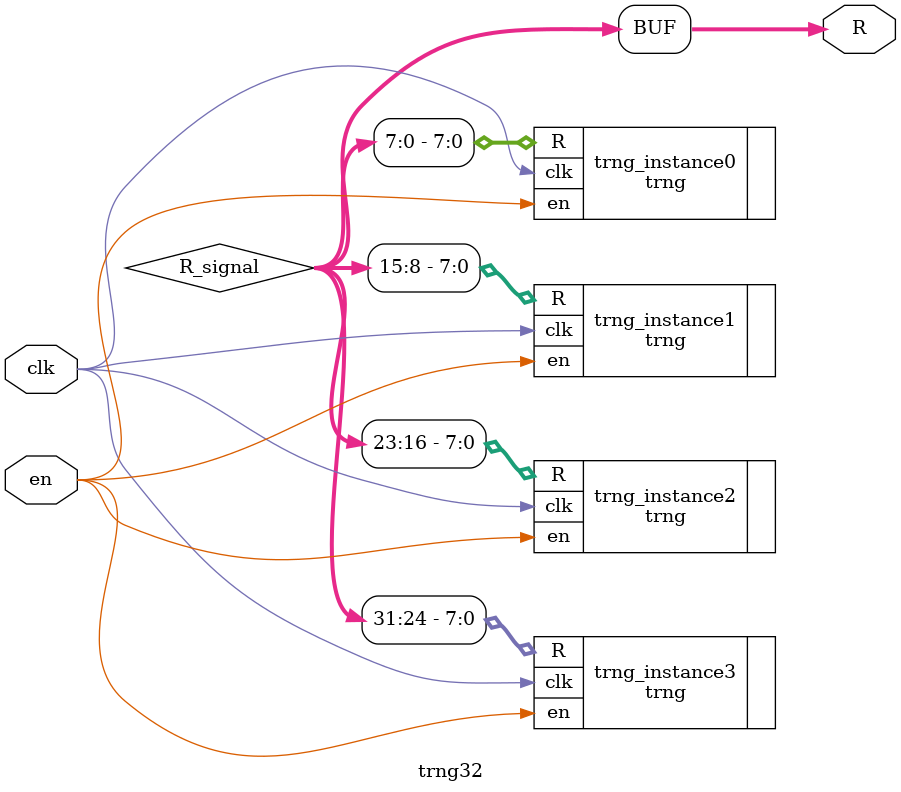
<source format=v>
`timescale 1ns / 1ps




module trng32 (
    input clk,
    input en,
    output [31:0] R
);

  wire [31:0] R_signal;
  assign R = R_signal;

  trng trng_instance0 (
      .clk(clk),
      .en (en),
      .R  (R_signal[7:0])
  );
  trng trng_instance1 (
      .clk(clk),
      .en (en),
      .R  (R_signal[15:8])
  );
  trng trng_instance2 (
      .clk(clk),
      .en (en),
      .R  (R_signal[23:16])
  );
  trng trng_instance3 (
      .clk(clk),
      .en (en),
      .R  (R_signal[31:24])
  );

endmodule

</source>
